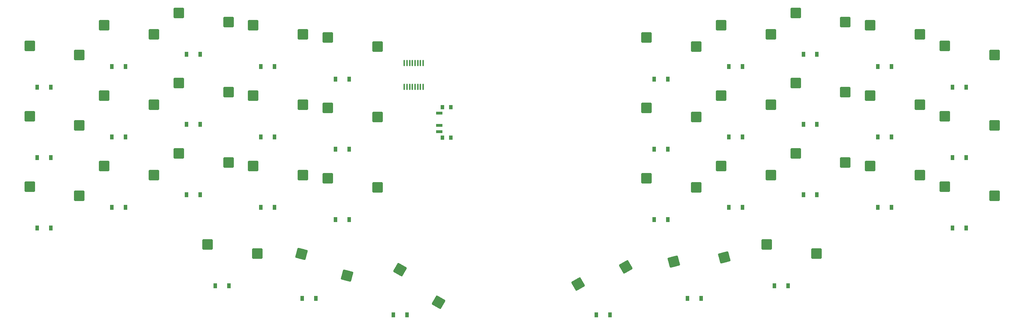
<source format=gbr>
%TF.GenerationSoftware,KiCad,Pcbnew,(6.0.8-1)-1*%
%TF.CreationDate,2022-11-15T13:56:25-05:00*%
%TF.ProjectId,kb2,6b62322e-6b69-4636-9164-5f7063625858,rev?*%
%TF.SameCoordinates,Original*%
%TF.FileFunction,Paste,Bot*%
%TF.FilePolarity,Positive*%
%FSLAX46Y46*%
G04 Gerber Fmt 4.6, Leading zero omitted, Abs format (unit mm)*
G04 Created by KiCad (PCBNEW (6.0.8-1)-1) date 2022-11-15 13:56:25*
%MOMM*%
%LPD*%
G01*
G04 APERTURE LIST*
G04 Aperture macros list*
%AMRoundRect*
0 Rectangle with rounded corners*
0 $1 Rounding radius*
0 $2 $3 $4 $5 $6 $7 $8 $9 X,Y pos of 4 corners*
0 Add a 4 corners polygon primitive as box body*
4,1,4,$2,$3,$4,$5,$6,$7,$8,$9,$2,$3,0*
0 Add four circle primitives for the rounded corners*
1,1,$1+$1,$2,$3*
1,1,$1+$1,$4,$5*
1,1,$1+$1,$6,$7*
1,1,$1+$1,$8,$9*
0 Add four rect primitives between the rounded corners*
20,1,$1+$1,$2,$3,$4,$5,0*
20,1,$1+$1,$4,$5,$6,$7,0*
20,1,$1+$1,$6,$7,$8,$9,0*
20,1,$1+$1,$8,$9,$2,$3,0*%
G04 Aperture macros list end*
%ADD10RoundRect,0.250000X-1.025000X-1.000000X1.025000X-1.000000X1.025000X1.000000X-1.025000X1.000000X0*%
%ADD11RoundRect,0.250000X-0.387676X-1.378525X1.387676X-0.353525X0.387676X1.378525X-1.387676X0.353525X0*%
%ADD12RoundRect,0.250000X-0.731255X-1.231215X1.248893X-0.700636X0.731255X1.231215X-1.248893X0.700636X0*%
%ADD13RoundRect,0.250000X-1.248893X-0.700636X0.731255X-1.231215X1.248893X0.700636X-0.731255X1.231215X0*%
%ADD14RoundRect,0.250000X-1.387676X-0.353525X0.387676X-1.378525X1.387676X0.353525X-0.387676X1.378525X0*%
%ADD15R,0.900000X1.200000*%
%ADD16RoundRect,0.100000X0.100000X-0.637500X0.100000X0.637500X-0.100000X0.637500X-0.100000X-0.637500X0*%
%ADD17R,1.498600X0.711200*%
%ADD18R,0.812800X0.990600*%
G04 APERTURE END LIST*
D10*
%TO.C,SW13*%
X208500000Y-93000000D03*
X220500000Y-95200000D03*
%TD*%
%TO.C,SW25*%
X95500000Y-93000000D03*
X107500000Y-95200000D03*
%TD*%
%TO.C,SW17*%
X77500000Y-90000000D03*
X89500000Y-92200000D03*
%TD*%
%TO.C,SW23*%
X95500000Y-59000000D03*
X107500000Y-61200000D03*
%TD*%
%TO.C,SW21*%
X226500000Y-90000000D03*
X238500000Y-92200000D03*
%TD*%
%TO.C,SW19*%
X226500000Y-56000000D03*
X238500000Y-58200000D03*
%TD*%
%TO.C,SW34*%
X262500000Y-64000000D03*
X274500000Y-66200000D03*
%TD*%
%TO.C,SW35*%
X262500000Y-81000000D03*
X274500000Y-83200000D03*
%TD*%
%TO.C,SW29*%
X244500000Y-93000000D03*
X256500000Y-95200000D03*
%TD*%
D11*
%TO.C,SW7*%
X173968911Y-121553848D03*
X185461216Y-117459103D03*
%TD*%
D10*
%TO.C,SW22*%
X219500000Y-112000000D03*
X231500000Y-114200000D03*
%TD*%
%TO.C,SW2*%
X41500000Y-81000000D03*
X53500000Y-83200000D03*
%TD*%
%TO.C,SW10*%
X59500000Y-93000000D03*
X71500000Y-95200000D03*
%TD*%
%TO.C,SW32*%
X113500000Y-96000000D03*
X125500000Y-98200000D03*
%TD*%
%TO.C,SW31*%
X113500000Y-79000000D03*
X125500000Y-81200000D03*
%TD*%
D12*
%TO.C,SW14*%
X197066345Y-116110312D03*
X209226857Y-115129520D03*
%TD*%
D10*
%TO.C,SW15*%
X77500000Y-56000000D03*
X89500000Y-58200000D03*
%TD*%
%TO.C,SW28*%
X244500000Y-76000000D03*
X256500000Y-78200000D03*
%TD*%
%TO.C,SW20*%
X226500000Y-73000000D03*
X238500000Y-75200000D03*
%TD*%
%TO.C,SW3*%
X41500000Y-98000000D03*
X53500000Y-100200000D03*
%TD*%
%TO.C,SW4*%
X190500000Y-62000000D03*
X202500000Y-64200000D03*
%TD*%
%TO.C,SW5*%
X190500000Y-79000000D03*
X202500000Y-81200000D03*
%TD*%
%TO.C,SW8*%
X59500000Y-59000000D03*
X71500000Y-61200000D03*
%TD*%
%TO.C,SW1*%
X41500000Y-64000000D03*
X53500000Y-66200000D03*
%TD*%
%TO.C,SW9*%
X59500000Y-76000000D03*
X71500000Y-78200000D03*
%TD*%
%TO.C,SW24*%
X95500000Y-76000000D03*
X107500000Y-78200000D03*
%TD*%
%TO.C,SW36*%
X262500000Y-98000000D03*
X274500000Y-100200000D03*
%TD*%
%TO.C,SW6*%
X190500000Y-96000000D03*
X202500000Y-98200000D03*
%TD*%
%TO.C,SW11*%
X208500000Y-59000000D03*
X220500000Y-61200000D03*
%TD*%
%TO.C,SW12*%
X208500000Y-76000000D03*
X220500000Y-78200000D03*
%TD*%
%TO.C,SW30*%
X113500000Y-62000000D03*
X125500000Y-64200000D03*
%TD*%
%TO.C,SW27*%
X244500000Y-59000000D03*
X256500000Y-61200000D03*
%TD*%
%TO.C,SW18*%
X84500000Y-112000000D03*
X96500000Y-114200000D03*
%TD*%
%TO.C,SW16*%
X77500000Y-73000000D03*
X89500000Y-75200000D03*
%TD*%
D13*
%TO.C,SW26*%
X107172174Y-114298578D03*
X118193882Y-119529444D03*
%TD*%
D14*
%TO.C,SW33*%
X130968911Y-118053848D03*
X140261216Y-125959103D03*
%TD*%
D15*
%TO.C,D32*%
X115350000Y-106000000D03*
X118650000Y-106000000D03*
%TD*%
%TO.C,D17*%
X79350000Y-100000000D03*
X82650000Y-100000000D03*
%TD*%
%TO.C,D27*%
X246350000Y-69000000D03*
X249650000Y-69000000D03*
%TD*%
%TO.C,D5*%
X192350000Y-89000000D03*
X195650000Y-89000000D03*
%TD*%
%TO.C,D26*%
X107350000Y-125000000D03*
X110650000Y-125000000D03*
%TD*%
%TO.C,D31*%
X115350000Y-89000000D03*
X118650000Y-89000000D03*
%TD*%
%TO.C,D22*%
X221350000Y-122000000D03*
X224650000Y-122000000D03*
%TD*%
D16*
%TO.C,U2*%
X136525000Y-73862500D03*
X135875000Y-73862500D03*
X135225000Y-73862500D03*
X134575000Y-73862500D03*
X133925000Y-73862500D03*
X133275000Y-73862500D03*
X132625000Y-73862500D03*
X131975000Y-73862500D03*
X131975000Y-68137500D03*
X132625000Y-68137500D03*
X133275000Y-68137500D03*
X133925000Y-68137500D03*
X134575000Y-68137500D03*
X135225000Y-68137500D03*
X135875000Y-68137500D03*
X136525000Y-68137500D03*
%TD*%
D15*
%TO.C,D19*%
X228350000Y-66000000D03*
X231650000Y-66000000D03*
%TD*%
%TO.C,D28*%
X246350000Y-86000000D03*
X249650000Y-86000000D03*
%TD*%
%TO.C,D36*%
X264350000Y-108000000D03*
X267650000Y-108000000D03*
%TD*%
%TO.C,D15*%
X79350000Y-66000000D03*
X82650000Y-66000000D03*
%TD*%
%TO.C,D9*%
X61350000Y-86000000D03*
X64650000Y-86000000D03*
%TD*%
%TO.C,D16*%
X79350000Y-83000000D03*
X82650000Y-83000000D03*
%TD*%
%TO.C,D4*%
X192350000Y-72000000D03*
X195650000Y-72000000D03*
%TD*%
%TO.C,D30*%
X115350000Y-72000000D03*
X118650000Y-72000000D03*
%TD*%
D17*
%TO.C,SW38*%
X140448100Y-80249999D03*
X140448100Y-83250001D03*
X140448100Y-84750001D03*
D18*
X141148101Y-78850000D03*
X141148101Y-86150000D03*
X143248100Y-78850000D03*
X143248100Y-86150000D03*
%TD*%
D15*
%TO.C,D6*%
X192350000Y-106000000D03*
X195650000Y-106000000D03*
%TD*%
%TO.C,D35*%
X264350000Y-91000000D03*
X267650000Y-91000000D03*
%TD*%
%TO.C,D3*%
X43350000Y-108000000D03*
X46650000Y-108000000D03*
%TD*%
%TO.C,D29*%
X246350000Y-103000000D03*
X249650000Y-103000000D03*
%TD*%
%TO.C,D12*%
X210350000Y-86000000D03*
X213650000Y-86000000D03*
%TD*%
%TO.C,D14*%
X200350000Y-125000000D03*
X203650000Y-125000000D03*
%TD*%
%TO.C,D34*%
X264350000Y-74000000D03*
X267650000Y-74000000D03*
%TD*%
%TO.C,D21*%
X228350000Y-100000000D03*
X231650000Y-100000000D03*
%TD*%
%TO.C,D10*%
X61350000Y-103000000D03*
X64650000Y-103000000D03*
%TD*%
%TO.C,D2*%
X43350000Y-91000000D03*
X46650000Y-91000000D03*
%TD*%
%TO.C,D1*%
X43350000Y-74000000D03*
X46650000Y-74000000D03*
%TD*%
%TO.C,D8*%
X61350000Y-69000000D03*
X64650000Y-69000000D03*
%TD*%
%TO.C,D25*%
X97350000Y-103000000D03*
X100650000Y-103000000D03*
%TD*%
%TO.C,D11*%
X210350000Y-69000000D03*
X213650000Y-69000000D03*
%TD*%
%TO.C,D18*%
X86350000Y-122000000D03*
X89650000Y-122000000D03*
%TD*%
%TO.C,D7*%
X178350000Y-129000000D03*
X181650000Y-129000000D03*
%TD*%
%TO.C,D33*%
X129350000Y-129000000D03*
X132650000Y-129000000D03*
%TD*%
%TO.C,D23*%
X97350000Y-69000000D03*
X100650000Y-69000000D03*
%TD*%
%TO.C,D20*%
X228350000Y-83000000D03*
X231650000Y-83000000D03*
%TD*%
%TO.C,D13*%
X210350000Y-103000000D03*
X213650000Y-103000000D03*
%TD*%
%TO.C,D24*%
X97350000Y-86000000D03*
X100650000Y-86000000D03*
%TD*%
M02*

</source>
